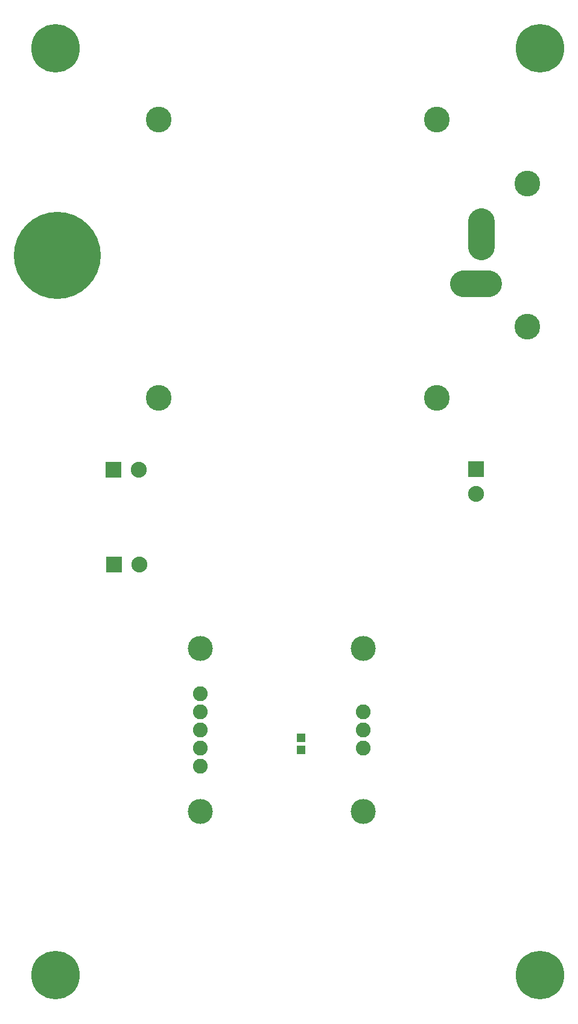
<source format=gbr>
G04 EAGLE Gerber RS-274X export*
G75*
%MOMM*%
%FSLAX34Y34*%
%LPD*%
%INSoldermask Top*%
%IPPOS*%
%AMOC8*
5,1,8,0,0,1.08239X$1,22.5*%
G01*
%ADD10C,6.803200*%
%ADD11C,12.203200*%
%ADD12C,3.603200*%
%ADD13C,2.082800*%
%ADD14C,3.505200*%
%ADD15R,1.303200X1.203200*%
%ADD16R,2.235200X2.235200*%
%ADD17C,2.235200*%
%ADD18C,3.759200*%


D10*
X97500Y1400000D03*
X97500Y100000D03*
X777500Y100000D03*
X777500Y1400000D03*
D11*
X100000Y1110000D03*
D12*
X242500Y1300000D03*
X632500Y1300000D03*
X242500Y910000D03*
X632500Y910000D03*
X760000Y1010000D03*
X760000Y1210000D03*
D13*
X301000Y494500D03*
X301000Y469100D03*
X301000Y443700D03*
X301000Y418300D03*
X301000Y392900D03*
X529600Y418300D03*
X529600Y443700D03*
X529600Y469100D03*
D14*
X301000Y558000D03*
X301000Y329400D03*
X529600Y558000D03*
X529600Y329400D03*
D15*
X442500Y433500D03*
X442500Y416500D03*
D16*
X688000Y810000D03*
D17*
X688000Y775000D03*
D18*
X705552Y1070000D02*
X669992Y1070000D01*
X695138Y1121435D02*
X695138Y1156995D01*
D16*
X180000Y676230D03*
D17*
X215000Y676230D03*
D16*
X179000Y809000D03*
D17*
X214000Y809000D03*
M02*

</source>
